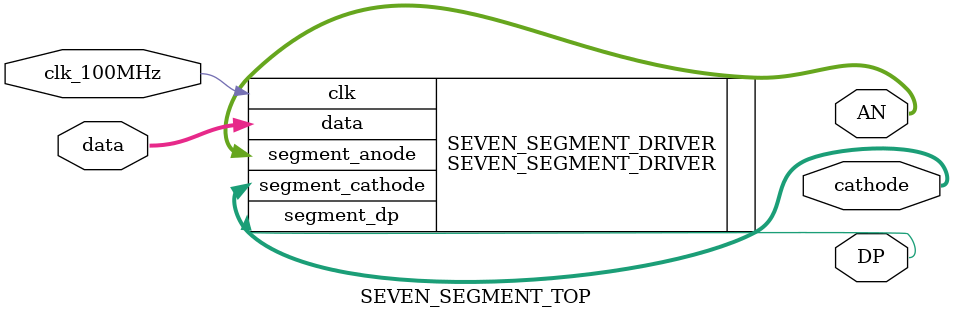
<source format=v>
`timescale 1ns / 1ps


module SEVEN_SEGMENT_TOP(
    input clk_100MHz,
    input [31:0] data,
    output [7:0] AN,
    output [6:0] cathode,
    output DP
    );

    // wire clk;
    // reg [10:0] counter;
    // always @(posedge clk_100MHz) begin
    //     counter <= counter + 1;
    // end

    SEVEN_SEGMENT_DRIVER SEVEN_SEGMENT_DRIVER(
    .clk(clk_100MHz),
    .data(data),
    .segment_anode(AN),
    .segment_cathode(cathode),
    .segment_dp(DP)
    );

endmodule
</source>
